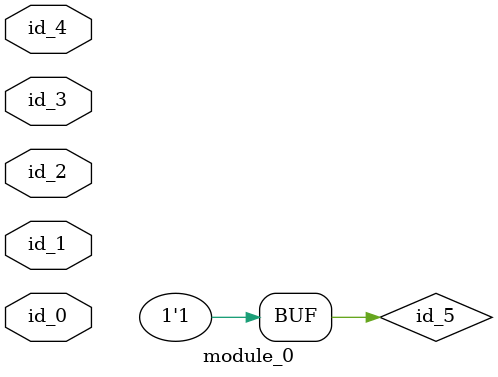
<source format=v>
module module_0 (
    input id_0,
    input id_1,
    input id_2,
    input id_3,
    input id_4
);
  assign id_5 = 1;
endmodule

</source>
